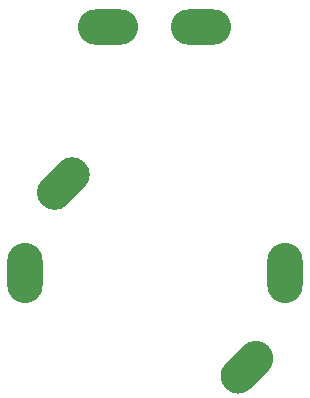
<source format=gbr>
%TF.GenerationSoftware,KiCad,Pcbnew,(5.1.9)-1*%
%TF.CreationDate,2022-03-15T15:37:10-05:00*%
%TF.ProjectId,SciMotorPCB,5363694d-6f74-46f7-9250-43422e6b6963,rev?*%
%TF.SameCoordinates,Original*%
%TF.FileFunction,Soldermask,Top*%
%TF.FilePolarity,Negative*%
%FSLAX46Y46*%
G04 Gerber Fmt 4.6, Leading zero omitted, Abs format (unit mm)*
G04 Created by KiCad (PCBNEW (5.1.9)-1) date 2022-03-15 15:37:10*
%MOMM*%
%LPD*%
G01*
G04 APERTURE LIST*
%ADD10O,5.100000X3.000000*%
%ADD11O,3.000000X5.100000*%
G04 APERTURE END LIST*
%TO.C,J2*%
G36*
G01*
X147226357Y-87954615D02*
X148711283Y-86469689D01*
G75*
G02*
X150832601Y-86469689I1060659J-1060659D01*
G01*
X150832601Y-86469689D01*
G75*
G02*
X150832601Y-88591007I-1060659J-1060659D01*
G01*
X149347675Y-90075933D01*
G75*
G02*
X147226357Y-90075933I-1060659J1060659D01*
G01*
X147226357Y-90075933D01*
G75*
G02*
X147226357Y-87954615I1060659J1060659D01*
G01*
G37*
%TD*%
%TO.C,J1*%
G36*
G01*
X166380183Y-104144244D02*
X164895257Y-105629170D01*
G75*
G02*
X162773939Y-105629170I-1060659J1060659D01*
G01*
X162773939Y-105629170D01*
G75*
G02*
X162773939Y-103507852I1060659J1060659D01*
G01*
X164258865Y-102022926D01*
G75*
G02*
X166380183Y-102022926I1060659J-1060659D01*
G01*
X166380183Y-102022926D01*
G75*
G02*
X166380183Y-104144244I-1060659J-1060659D01*
G01*
G37*
%TD*%
D10*
%TO.C,Conn1*%
X160708000Y-75058000D03*
X152808000Y-75058000D03*
%TD*%
D11*
%TO.C,J1*%
X145796000Y-95885000D03*
%TD*%
%TO.C,J2*%
X167787600Y-95889000D03*
%TD*%
M02*

</source>
